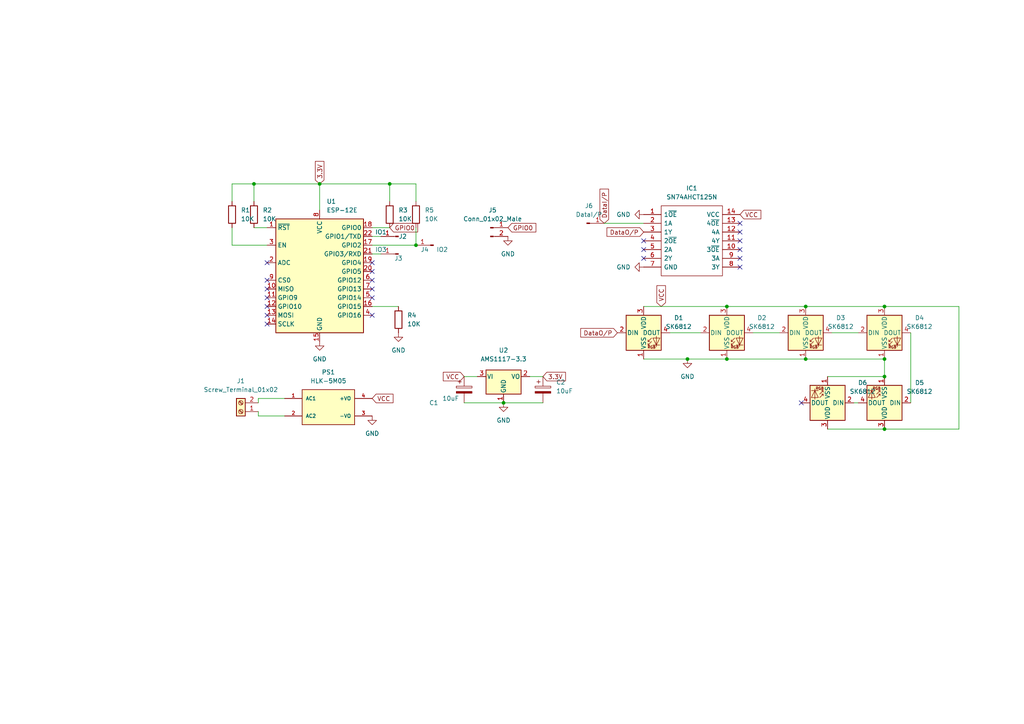
<source format=kicad_sch>
(kicad_sch (version 20211123) (generator eeschema)

  (uuid e63e39d7-6ac0-4ffd-8aa3-1841a4541b55)

  (paper "A4")

  (lib_symbols
    (symbol "Connector:Conn_01x01_Male" (pin_names (offset 1.016) hide) (in_bom yes) (on_board yes)
      (property "Reference" "J" (id 0) (at 0 2.54 0)
        (effects (font (size 1.27 1.27)))
      )
      (property "Value" "Conn_01x01_Male" (id 1) (at 0 -2.54 0)
        (effects (font (size 1.27 1.27)))
      )
      (property "Footprint" "" (id 2) (at 0 0 0)
        (effects (font (size 1.27 1.27)) hide)
      )
      (property "Datasheet" "~" (id 3) (at 0 0 0)
        (effects (font (size 1.27 1.27)) hide)
      )
      (property "ki_keywords" "connector" (id 4) (at 0 0 0)
        (effects (font (size 1.27 1.27)) hide)
      )
      (property "ki_description" "Generic connector, single row, 01x01, script generated (kicad-library-utils/schlib/autogen/connector/)" (id 5) (at 0 0 0)
        (effects (font (size 1.27 1.27)) hide)
      )
      (property "ki_fp_filters" "Connector*:*" (id 6) (at 0 0 0)
        (effects (font (size 1.27 1.27)) hide)
      )
      (symbol "Conn_01x01_Male_1_1"
        (polyline
          (pts
            (xy 1.27 0)
            (xy 0.8636 0)
          )
          (stroke (width 0.1524) (type default) (color 0 0 0 0))
          (fill (type none))
        )
        (rectangle (start 0.8636 0.127) (end 0 -0.127)
          (stroke (width 0.1524) (type default) (color 0 0 0 0))
          (fill (type outline))
        )
        (pin passive line (at 5.08 0 180) (length 3.81)
          (name "Pin_1" (effects (font (size 1.27 1.27))))
          (number "1" (effects (font (size 1.27 1.27))))
        )
      )
    )
    (symbol "Connector:Conn_01x02_Male" (pin_names (offset 1.016) hide) (in_bom yes) (on_board yes)
      (property "Reference" "J" (id 0) (at 0 2.54 0)
        (effects (font (size 1.27 1.27)))
      )
      (property "Value" "Conn_01x02_Male" (id 1) (at 0 -5.08 0)
        (effects (font (size 1.27 1.27)))
      )
      (property "Footprint" "" (id 2) (at 0 0 0)
        (effects (font (size 1.27 1.27)) hide)
      )
      (property "Datasheet" "~" (id 3) (at 0 0 0)
        (effects (font (size 1.27 1.27)) hide)
      )
      (property "ki_keywords" "connector" (id 4) (at 0 0 0)
        (effects (font (size 1.27 1.27)) hide)
      )
      (property "ki_description" "Generic connector, single row, 01x02, script generated (kicad-library-utils/schlib/autogen/connector/)" (id 5) (at 0 0 0)
        (effects (font (size 1.27 1.27)) hide)
      )
      (property "ki_fp_filters" "Connector*:*_1x??_*" (id 6) (at 0 0 0)
        (effects (font (size 1.27 1.27)) hide)
      )
      (symbol "Conn_01x02_Male_1_1"
        (polyline
          (pts
            (xy 1.27 -2.54)
            (xy 0.8636 -2.54)
          )
          (stroke (width 0.1524) (type default) (color 0 0 0 0))
          (fill (type none))
        )
        (polyline
          (pts
            (xy 1.27 0)
            (xy 0.8636 0)
          )
          (stroke (width 0.1524) (type default) (color 0 0 0 0))
          (fill (type none))
        )
        (rectangle (start 0.8636 -2.413) (end 0 -2.667)
          (stroke (width 0.1524) (type default) (color 0 0 0 0))
          (fill (type outline))
        )
        (rectangle (start 0.8636 0.127) (end 0 -0.127)
          (stroke (width 0.1524) (type default) (color 0 0 0 0))
          (fill (type outline))
        )
        (pin passive line (at 5.08 0 180) (length 3.81)
          (name "Pin_1" (effects (font (size 1.27 1.27))))
          (number "1" (effects (font (size 1.27 1.27))))
        )
        (pin passive line (at 5.08 -2.54 180) (length 3.81)
          (name "Pin_2" (effects (font (size 1.27 1.27))))
          (number "2" (effects (font (size 1.27 1.27))))
        )
      )
    )
    (symbol "Connector:Screw_Terminal_01x02" (pin_names (offset 1.016) hide) (in_bom yes) (on_board yes)
      (property "Reference" "J" (id 0) (at 0 2.54 0)
        (effects (font (size 1.27 1.27)))
      )
      (property "Value" "Screw_Terminal_01x02" (id 1) (at 0 -5.08 0)
        (effects (font (size 1.27 1.27)))
      )
      (property "Footprint" "" (id 2) (at 0 0 0)
        (effects (font (size 1.27 1.27)) hide)
      )
      (property "Datasheet" "~" (id 3) (at 0 0 0)
        (effects (font (size 1.27 1.27)) hide)
      )
      (property "ki_keywords" "screw terminal" (id 4) (at 0 0 0)
        (effects (font (size 1.27 1.27)) hide)
      )
      (property "ki_description" "Generic screw terminal, single row, 01x02, script generated (kicad-library-utils/schlib/autogen/connector/)" (id 5) (at 0 0 0)
        (effects (font (size 1.27 1.27)) hide)
      )
      (property "ki_fp_filters" "TerminalBlock*:*" (id 6) (at 0 0 0)
        (effects (font (size 1.27 1.27)) hide)
      )
      (symbol "Screw_Terminal_01x02_1_1"
        (rectangle (start -1.27 1.27) (end 1.27 -3.81)
          (stroke (width 0.254) (type default) (color 0 0 0 0))
          (fill (type background))
        )
        (circle (center 0 -2.54) (radius 0.635)
          (stroke (width 0.1524) (type default) (color 0 0 0 0))
          (fill (type none))
        )
        (polyline
          (pts
            (xy -0.5334 -2.2098)
            (xy 0.3302 -3.048)
          )
          (stroke (width 0.1524) (type default) (color 0 0 0 0))
          (fill (type none))
        )
        (polyline
          (pts
            (xy -0.5334 0.3302)
            (xy 0.3302 -0.508)
          )
          (stroke (width 0.1524) (type default) (color 0 0 0 0))
          (fill (type none))
        )
        (polyline
          (pts
            (xy -0.3556 -2.032)
            (xy 0.508 -2.8702)
          )
          (stroke (width 0.1524) (type default) (color 0 0 0 0))
          (fill (type none))
        )
        (polyline
          (pts
            (xy -0.3556 0.508)
            (xy 0.508 -0.3302)
          )
          (stroke (width 0.1524) (type default) (color 0 0 0 0))
          (fill (type none))
        )
        (circle (center 0 0) (radius 0.635)
          (stroke (width 0.1524) (type default) (color 0 0 0 0))
          (fill (type none))
        )
        (pin passive line (at -5.08 0 0) (length 3.81)
          (name "Pin_1" (effects (font (size 1.27 1.27))))
          (number "1" (effects (font (size 1.27 1.27))))
        )
        (pin passive line (at -5.08 -2.54 0) (length 3.81)
          (name "Pin_2" (effects (font (size 1.27 1.27))))
          (number "2" (effects (font (size 1.27 1.27))))
        )
      )
    )
    (symbol "Device:C_Polarized" (pin_numbers hide) (pin_names (offset 0.254)) (in_bom yes) (on_board yes)
      (property "Reference" "C" (id 0) (at 0.635 2.54 0)
        (effects (font (size 1.27 1.27)) (justify left))
      )
      (property "Value" "C_Polarized" (id 1) (at 0.635 -2.54 0)
        (effects (font (size 1.27 1.27)) (justify left))
      )
      (property "Footprint" "" (id 2) (at 0.9652 -3.81 0)
        (effects (font (size 1.27 1.27)) hide)
      )
      (property "Datasheet" "~" (id 3) (at 0 0 0)
        (effects (font (size 1.27 1.27)) hide)
      )
      (property "ki_keywords" "cap capacitor" (id 4) (at 0 0 0)
        (effects (font (size 1.27 1.27)) hide)
      )
      (property "ki_description" "Polarized capacitor" (id 5) (at 0 0 0)
        (effects (font (size 1.27 1.27)) hide)
      )
      (property "ki_fp_filters" "CP_*" (id 6) (at 0 0 0)
        (effects (font (size 1.27 1.27)) hide)
      )
      (symbol "C_Polarized_0_1"
        (rectangle (start -2.286 0.508) (end 2.286 1.016)
          (stroke (width 0) (type default) (color 0 0 0 0))
          (fill (type none))
        )
        (polyline
          (pts
            (xy -1.778 2.286)
            (xy -0.762 2.286)
          )
          (stroke (width 0) (type default) (color 0 0 0 0))
          (fill (type none))
        )
        (polyline
          (pts
            (xy -1.27 2.794)
            (xy -1.27 1.778)
          )
          (stroke (width 0) (type default) (color 0 0 0 0))
          (fill (type none))
        )
        (rectangle (start 2.286 -0.508) (end -2.286 -1.016)
          (stroke (width 0) (type default) (color 0 0 0 0))
          (fill (type outline))
        )
      )
      (symbol "C_Polarized_1_1"
        (pin passive line (at 0 3.81 270) (length 2.794)
          (name "~" (effects (font (size 1.27 1.27))))
          (number "1" (effects (font (size 1.27 1.27))))
        )
        (pin passive line (at 0 -3.81 90) (length 2.794)
          (name "~" (effects (font (size 1.27 1.27))))
          (number "2" (effects (font (size 1.27 1.27))))
        )
      )
    )
    (symbol "Device:R" (pin_numbers hide) (pin_names (offset 0)) (in_bom yes) (on_board yes)
      (property "Reference" "R" (id 0) (at 2.032 0 90)
        (effects (font (size 1.27 1.27)))
      )
      (property "Value" "R" (id 1) (at 0 0 90)
        (effects (font (size 1.27 1.27)))
      )
      (property "Footprint" "" (id 2) (at -1.778 0 90)
        (effects (font (size 1.27 1.27)) hide)
      )
      (property "Datasheet" "~" (id 3) (at 0 0 0)
        (effects (font (size 1.27 1.27)) hide)
      )
      (property "ki_keywords" "R res resistor" (id 4) (at 0 0 0)
        (effects (font (size 1.27 1.27)) hide)
      )
      (property "ki_description" "Resistor" (id 5) (at 0 0 0)
        (effects (font (size 1.27 1.27)) hide)
      )
      (property "ki_fp_filters" "R_*" (id 6) (at 0 0 0)
        (effects (font (size 1.27 1.27)) hide)
      )
      (symbol "R_0_1"
        (rectangle (start -1.016 -2.54) (end 1.016 2.54)
          (stroke (width 0.254) (type default) (color 0 0 0 0))
          (fill (type none))
        )
      )
      (symbol "R_1_1"
        (pin passive line (at 0 3.81 270) (length 1.27)
          (name "~" (effects (font (size 1.27 1.27))))
          (number "1" (effects (font (size 1.27 1.27))))
        )
        (pin passive line (at 0 -3.81 90) (length 1.27)
          (name "~" (effects (font (size 1.27 1.27))))
          (number "2" (effects (font (size 1.27 1.27))))
        )
      )
    )
    (symbol "HLK-5M05:HLK-5M05" (pin_names (offset 1.016)) (in_bom yes) (on_board yes)
      (property "Reference" "PS" (id 0) (at -7.62 6.35 0)
        (effects (font (size 1.27 1.27)) (justify left bottom))
      )
      (property "Value" "HLK-5M05" (id 1) (at -7.62 -7.62 0)
        (effects (font (size 1.27 1.27)) (justify left bottom))
      )
      (property "Footprint" "CONV_HLK-5M05" (id 2) (at 0 0 0)
        (effects (font (size 1.27 1.27)) (justify left bottom) hide)
      )
      (property "Datasheet" "" (id 3) (at 0 0 0)
        (effects (font (size 1.27 1.27)) (justify left bottom) hide)
      )
      (property "PARTREV" "N/A" (id 4) (at 0 0 0)
        (effects (font (size 1.27 1.27)) (justify left bottom) hide)
      )
      (property "MANUFACTURER" "HI-LINK" (id 5) (at 0 0 0)
        (effects (font (size 1.27 1.27)) (justify left bottom) hide)
      )
      (property "STANDARD" "Manufacturer Recommendations" (id 6) (at 0 0 0)
        (effects (font (size 1.27 1.27)) (justify left bottom) hide)
      )
      (property "ki_locked" "" (id 7) (at 0 0 0)
        (effects (font (size 1.27 1.27)))
      )
      (symbol "HLK-5M05_0_0"
        (rectangle (start -7.62 -5.08) (end 7.62 5.08)
          (stroke (width 0.2032) (type default) (color 0 0 0 0))
          (fill (type background))
        )
        (pin input line (at -12.7 2.54 0) (length 5.08)
          (name "AC1" (effects (font (size 1.016 1.016))))
          (number "1" (effects (font (size 1.016 1.016))))
        )
        (pin input line (at -12.7 -2.54 0) (length 5.08)
          (name "AC2" (effects (font (size 1.016 1.016))))
          (number "2" (effects (font (size 1.016 1.016))))
        )
        (pin output line (at 12.7 -2.54 180) (length 5.08)
          (name "-VO" (effects (font (size 1.016 1.016))))
          (number "3" (effects (font (size 1.016 1.016))))
        )
        (pin output line (at 12.7 2.54 180) (length 5.08)
          (name "+VO" (effects (font (size 1.016 1.016))))
          (number "4" (effects (font (size 1.016 1.016))))
        )
      )
    )
    (symbol "LED:SK6812" (pin_names (offset 0.254)) (in_bom yes) (on_board yes)
      (property "Reference" "D" (id 0) (at 5.08 5.715 0)
        (effects (font (size 1.27 1.27)) (justify right bottom))
      )
      (property "Value" "SK6812" (id 1) (at 1.27 -5.715 0)
        (effects (font (size 1.27 1.27)) (justify left top))
      )
      (property "Footprint" "LED_SMD:LED_SK6812_PLCC4_5.0x5.0mm_P3.2mm" (id 2) (at 1.27 -7.62 0)
        (effects (font (size 1.27 1.27)) (justify left top) hide)
      )
      (property "Datasheet" "https://cdn-shop.adafruit.com/product-files/1138/SK6812+LED+datasheet+.pdf" (id 3) (at 2.54 -9.525 0)
        (effects (font (size 1.27 1.27)) (justify left top) hide)
      )
      (property "ki_keywords" "RGB LED NeoPixel addressable" (id 4) (at 0 0 0)
        (effects (font (size 1.27 1.27)) hide)
      )
      (property "ki_description" "RGB LED with integrated controller" (id 5) (at 0 0 0)
        (effects (font (size 1.27 1.27)) hide)
      )
      (property "ki_fp_filters" "LED*SK6812*PLCC*5.0x5.0mm*P3.2mm*" (id 6) (at 0 0 0)
        (effects (font (size 1.27 1.27)) hide)
      )
      (symbol "SK6812_0_0"
        (text "RGB" (at 2.286 -4.191 0)
          (effects (font (size 0.762 0.762)))
        )
      )
      (symbol "SK6812_0_1"
        (polyline
          (pts
            (xy 1.27 -3.556)
            (xy 1.778 -3.556)
          )
          (stroke (width 0) (type default) (color 0 0 0 0))
          (fill (type none))
        )
        (polyline
          (pts
            (xy 1.27 -2.54)
            (xy 1.778 -2.54)
          )
          (stroke (width 0) (type default) (color 0 0 0 0))
          (fill (type none))
        )
        (polyline
          (pts
            (xy 4.699 -3.556)
            (xy 2.667 -3.556)
          )
          (stroke (width 0) (type default) (color 0 0 0 0))
          (fill (type none))
        )
        (polyline
          (pts
            (xy 2.286 -2.54)
            (xy 1.27 -3.556)
            (xy 1.27 -3.048)
          )
          (stroke (width 0) (type default) (color 0 0 0 0))
          (fill (type none))
        )
        (polyline
          (pts
            (xy 2.286 -1.524)
            (xy 1.27 -2.54)
            (xy 1.27 -2.032)
          )
          (stroke (width 0) (type default) (color 0 0 0 0))
          (fill (type none))
        )
        (polyline
          (pts
            (xy 3.683 -1.016)
            (xy 3.683 -3.556)
            (xy 3.683 -4.064)
          )
          (stroke (width 0) (type default) (color 0 0 0 0))
          (fill (type none))
        )
        (polyline
          (pts
            (xy 4.699 -1.524)
            (xy 2.667 -1.524)
            (xy 3.683 -3.556)
            (xy 4.699 -1.524)
          )
          (stroke (width 0) (type default) (color 0 0 0 0))
          (fill (type none))
        )
        (rectangle (start 5.08 5.08) (end -5.08 -5.08)
          (stroke (width 0.254) (type default) (color 0 0 0 0))
          (fill (type background))
        )
      )
      (symbol "SK6812_1_1"
        (pin power_in line (at 0 -7.62 90) (length 2.54)
          (name "VSS" (effects (font (size 1.27 1.27))))
          (number "1" (effects (font (size 1.27 1.27))))
        )
        (pin input line (at -7.62 0 0) (length 2.54)
          (name "DIN" (effects (font (size 1.27 1.27))))
          (number "2" (effects (font (size 1.27 1.27))))
        )
        (pin power_in line (at 0 7.62 270) (length 2.54)
          (name "VDD" (effects (font (size 1.27 1.27))))
          (number "3" (effects (font (size 1.27 1.27))))
        )
        (pin output line (at 7.62 0 180) (length 2.54)
          (name "DOUT" (effects (font (size 1.27 1.27))))
          (number "4" (effects (font (size 1.27 1.27))))
        )
      )
    )
    (symbol "RF_Module:ESP-12E" (in_bom yes) (on_board yes)
      (property "Reference" "U" (id 0) (at -12.7 19.05 0)
        (effects (font (size 1.27 1.27)) (justify left))
      )
      (property "Value" "ESP-12E" (id 1) (at 12.7 19.05 0)
        (effects (font (size 1.27 1.27)) (justify right))
      )
      (property "Footprint" "RF_Module:ESP-12E" (id 2) (at 0 0 0)
        (effects (font (size 1.27 1.27)) hide)
      )
      (property "Datasheet" "http://wiki.ai-thinker.com/_media/esp8266/esp8266_series_modules_user_manual_v1.1.pdf" (id 3) (at -8.89 2.54 0)
        (effects (font (size 1.27 1.27)) hide)
      )
      (property "ki_keywords" "802.11 Wi-Fi" (id 4) (at 0 0 0)
        (effects (font (size 1.27 1.27)) hide)
      )
      (property "ki_description" "802.11 b/g/n Wi-Fi Module" (id 5) (at 0 0 0)
        (effects (font (size 1.27 1.27)) hide)
      )
      (property "ki_fp_filters" "ESP?12*" (id 6) (at 0 0 0)
        (effects (font (size 1.27 1.27)) hide)
      )
      (symbol "ESP-12E_0_1"
        (rectangle (start -12.7 17.78) (end 12.7 -15.24)
          (stroke (width 0.254) (type default) (color 0 0 0 0))
          (fill (type background))
        )
      )
      (symbol "ESP-12E_1_1"
        (pin input line (at -15.24 15.24 0) (length 2.54)
          (name "~{RST}" (effects (font (size 1.27 1.27))))
          (number "1" (effects (font (size 1.27 1.27))))
        )
        (pin bidirectional line (at -15.24 -2.54 0) (length 2.54)
          (name "MISO" (effects (font (size 1.27 1.27))))
          (number "10" (effects (font (size 1.27 1.27))))
        )
        (pin bidirectional line (at -15.24 -5.08 0) (length 2.54)
          (name "GPIO9" (effects (font (size 1.27 1.27))))
          (number "11" (effects (font (size 1.27 1.27))))
        )
        (pin bidirectional line (at -15.24 -7.62 0) (length 2.54)
          (name "GPIO10" (effects (font (size 1.27 1.27))))
          (number "12" (effects (font (size 1.27 1.27))))
        )
        (pin bidirectional line (at -15.24 -10.16 0) (length 2.54)
          (name "MOSI" (effects (font (size 1.27 1.27))))
          (number "13" (effects (font (size 1.27 1.27))))
        )
        (pin bidirectional line (at -15.24 -12.7 0) (length 2.54)
          (name "SCLK" (effects (font (size 1.27 1.27))))
          (number "14" (effects (font (size 1.27 1.27))))
        )
        (pin power_in line (at 0 -17.78 90) (length 2.54)
          (name "GND" (effects (font (size 1.27 1.27))))
          (number "15" (effects (font (size 1.27 1.27))))
        )
        (pin bidirectional line (at 15.24 -7.62 180) (length 2.54)
          (name "GPIO15" (effects (font (size 1.27 1.27))))
          (number "16" (effects (font (size 1.27 1.27))))
        )
        (pin bidirectional line (at 15.24 10.16 180) (length 2.54)
          (name "GPIO2" (effects (font (size 1.27 1.27))))
          (number "17" (effects (font (size 1.27 1.27))))
        )
        (pin bidirectional line (at 15.24 15.24 180) (length 2.54)
          (name "GPIO0" (effects (font (size 1.27 1.27))))
          (number "18" (effects (font (size 1.27 1.27))))
        )
        (pin bidirectional line (at 15.24 5.08 180) (length 2.54)
          (name "GPIO4" (effects (font (size 1.27 1.27))))
          (number "19" (effects (font (size 1.27 1.27))))
        )
        (pin input line (at -15.24 5.08 0) (length 2.54)
          (name "ADC" (effects (font (size 1.27 1.27))))
          (number "2" (effects (font (size 1.27 1.27))))
        )
        (pin bidirectional line (at 15.24 2.54 180) (length 2.54)
          (name "GPIO5" (effects (font (size 1.27 1.27))))
          (number "20" (effects (font (size 1.27 1.27))))
        )
        (pin bidirectional line (at 15.24 7.62 180) (length 2.54)
          (name "GPIO3/RXD" (effects (font (size 1.27 1.27))))
          (number "21" (effects (font (size 1.27 1.27))))
        )
        (pin bidirectional line (at 15.24 12.7 180) (length 2.54)
          (name "GPIO1/TXD" (effects (font (size 1.27 1.27))))
          (number "22" (effects (font (size 1.27 1.27))))
        )
        (pin input line (at -15.24 10.16 0) (length 2.54)
          (name "EN" (effects (font (size 1.27 1.27))))
          (number "3" (effects (font (size 1.27 1.27))))
        )
        (pin bidirectional line (at 15.24 -10.16 180) (length 2.54)
          (name "GPIO16" (effects (font (size 1.27 1.27))))
          (number "4" (effects (font (size 1.27 1.27))))
        )
        (pin bidirectional line (at 15.24 -5.08 180) (length 2.54)
          (name "GPIO14" (effects (font (size 1.27 1.27))))
          (number "5" (effects (font (size 1.27 1.27))))
        )
        (pin bidirectional line (at 15.24 0 180) (length 2.54)
          (name "GPIO12" (effects (font (size 1.27 1.27))))
          (number "6" (effects (font (size 1.27 1.27))))
        )
        (pin bidirectional line (at 15.24 -2.54 180) (length 2.54)
          (name "GPIO13" (effects (font (size 1.27 1.27))))
          (number "7" (effects (font (size 1.27 1.27))))
        )
        (pin power_in line (at 0 20.32 270) (length 2.54)
          (name "VCC" (effects (font (size 1.27 1.27))))
          (number "8" (effects (font (size 1.27 1.27))))
        )
        (pin input line (at -15.24 0 0) (length 2.54)
          (name "CS0" (effects (font (size 1.27 1.27))))
          (number "9" (effects (font (size 1.27 1.27))))
        )
      )
    )
    (symbol "Regulator_Linear:AMS1117-3.3" (pin_names (offset 0.254)) (in_bom yes) (on_board yes)
      (property "Reference" "U" (id 0) (at -3.81 3.175 0)
        (effects (font (size 1.27 1.27)))
      )
      (property "Value" "AMS1117-3.3" (id 1) (at 0 3.175 0)
        (effects (font (size 1.27 1.27)) (justify left))
      )
      (property "Footprint" "Package_TO_SOT_SMD:SOT-223-3_TabPin2" (id 2) (at 0 5.08 0)
        (effects (font (size 1.27 1.27)) hide)
      )
      (property "Datasheet" "http://www.advanced-monolithic.com/pdf/ds1117.pdf" (id 3) (at 2.54 -6.35 0)
        (effects (font (size 1.27 1.27)) hide)
      )
      (property "ki_keywords" "linear regulator ldo fixed positive" (id 4) (at 0 0 0)
        (effects (font (size 1.27 1.27)) hide)
      )
      (property "ki_description" "1A Low Dropout regulator, positive, 3.3V fixed output, SOT-223" (id 5) (at 0 0 0)
        (effects (font (size 1.27 1.27)) hide)
      )
      (property "ki_fp_filters" "SOT?223*TabPin2*" (id 6) (at 0 0 0)
        (effects (font (size 1.27 1.27)) hide)
      )
      (symbol "AMS1117-3.3_0_1"
        (rectangle (start -5.08 -5.08) (end 5.08 1.905)
          (stroke (width 0.254) (type default) (color 0 0 0 0))
          (fill (type background))
        )
      )
      (symbol "AMS1117-3.3_1_1"
        (pin power_in line (at 0 -7.62 90) (length 2.54)
          (name "GND" (effects (font (size 1.27 1.27))))
          (number "1" (effects (font (size 1.27 1.27))))
        )
        (pin power_out line (at 7.62 0 180) (length 2.54)
          (name "VO" (effects (font (size 1.27 1.27))))
          (number "2" (effects (font (size 1.27 1.27))))
        )
        (pin power_in line (at -7.62 0 0) (length 2.54)
          (name "VI" (effects (font (size 1.27 1.27))))
          (number "3" (effects (font (size 1.27 1.27))))
        )
      )
    )
    (symbol "SN74AHCT125N:SN74AHCT125N" (pin_names (offset 0.762)) (in_bom yes) (on_board yes)
      (property "Reference" "IC" (id 0) (at 24.13 7.62 0)
        (effects (font (size 1.27 1.27)) (justify left))
      )
      (property "Value" "SN74AHCT125N" (id 1) (at 24.13 5.08 0)
        (effects (font (size 1.27 1.27)) (justify left))
      )
      (property "Footprint" "DIP794W53P254L1930H508Q14N" (id 2) (at 24.13 2.54 0)
        (effects (font (size 1.27 1.27)) (justify left) hide)
      )
      (property "Datasheet" "http://www.ti.com/lit/gpn/sn74ahct125" (id 3) (at 24.13 0 0)
        (effects (font (size 1.27 1.27)) (justify left) hide)
      )
      (property "Description" "Quadruple Bus Buffer Gates With 3-State Outputs" (id 4) (at 24.13 -2.54 0)
        (effects (font (size 1.27 1.27)) (justify left) hide)
      )
      (property "Height" "5.08" (id 5) (at 24.13 -5.08 0)
        (effects (font (size 1.27 1.27)) (justify left) hide)
      )
      (property "Manufacturer_Name" "Texas Instruments" (id 6) (at 24.13 -7.62 0)
        (effects (font (size 1.27 1.27)) (justify left) hide)
      )
      (property "Manufacturer_Part_Number" "SN74AHCT125N" (id 7) (at 24.13 -10.16 0)
        (effects (font (size 1.27 1.27)) (justify left) hide)
      )
      (property "Mouser Part Number" "595-SN74AHCT125N" (id 8) (at 24.13 -12.7 0)
        (effects (font (size 1.27 1.27)) (justify left) hide)
      )
      (property "Mouser Price/Stock" "https://www.mouser.co.uk/ProductDetail/Texas-Instruments/SN74AHCT125N?qs=1wQRf3HkBjyxwrHMwAiMfw%3D%3D" (id 9) (at 24.13 -15.24 0)
        (effects (font (size 1.27 1.27)) (justify left) hide)
      )
      (property "Arrow Part Number" "SN74AHCT125N" (id 10) (at 24.13 -17.78 0)
        (effects (font (size 1.27 1.27)) (justify left) hide)
      )
      (property "Arrow Price/Stock" "https://www.arrow.com/en/products/sn74ahct125n/texas-instruments?region=nac" (id 11) (at 24.13 -20.32 0)
        (effects (font (size 1.27 1.27)) (justify left) hide)
      )
      (symbol "SN74AHCT125N_0_0"
        (pin passive line (at 0 0 0) (length 5.08)
          (name "1~{OE}" (effects (font (size 1.27 1.27))))
          (number "1" (effects (font (size 1.27 1.27))))
        )
        (pin passive line (at 27.94 -10.16 180) (length 5.08)
          (name "3~{OE}" (effects (font (size 1.27 1.27))))
          (number "10" (effects (font (size 1.27 1.27))))
        )
        (pin passive line (at 27.94 -7.62 180) (length 5.08)
          (name "4Y" (effects (font (size 1.27 1.27))))
          (number "11" (effects (font (size 1.27 1.27))))
        )
        (pin passive line (at 27.94 -5.08 180) (length 5.08)
          (name "4A" (effects (font (size 1.27 1.27))))
          (number "12" (effects (font (size 1.27 1.27))))
        )
        (pin passive line (at 27.94 -2.54 180) (length 5.08)
          (name "4~{OE}" (effects (font (size 1.27 1.27))))
          (number "13" (effects (font (size 1.27 1.27))))
        )
        (pin passive line (at 27.94 0 180) (length 5.08)
          (name "VCC" (effects (font (size 1.27 1.27))))
          (number "14" (effects (font (size 1.27 1.27))))
        )
        (pin passive line (at 0 -2.54 0) (length 5.08)
          (name "1A" (effects (font (size 1.27 1.27))))
          (number "2" (effects (font (size 1.27 1.27))))
        )
        (pin passive line (at 0 -5.08 0) (length 5.08)
          (name "1Y" (effects (font (size 1.27 1.27))))
          (number "3" (effects (font (size 1.27 1.27))))
        )
        (pin passive line (at 0 -7.62 0) (length 5.08)
          (name "2~{OE}" (effects (font (size 1.27 1.27))))
          (number "4" (effects (font (size 1.27 1.27))))
        )
        (pin passive line (at 0 -10.16 0) (length 5.08)
          (name "2A" (effects (font (size 1.27 1.27))))
          (number "5" (effects (font (size 1.27 1.27))))
        )
        (pin passive line (at 0 -12.7 0) (length 5.08)
          (name "2Y" (effects (font (size 1.27 1.27))))
          (number "6" (effects (font (size 1.27 1.27))))
        )
        (pin passive line (at 0 -15.24 0) (length 5.08)
          (name "GND" (effects (font (size 1.27 1.27))))
          (number "7" (effects (font (size 1.27 1.27))))
        )
        (pin passive line (at 27.94 -15.24 180) (length 5.08)
          (name "3Y" (effects (font (size 1.27 1.27))))
          (number "8" (effects (font (size 1.27 1.27))))
        )
        (pin passive line (at 27.94 -12.7 180) (length 5.08)
          (name "3A" (effects (font (size 1.27 1.27))))
          (number "9" (effects (font (size 1.27 1.27))))
        )
      )
      (symbol "SN74AHCT125N_0_1"
        (polyline
          (pts
            (xy 5.08 2.54)
            (xy 22.86 2.54)
            (xy 22.86 -17.78)
            (xy 5.08 -17.78)
            (xy 5.08 2.54)
          )
          (stroke (width 0.1524) (type default) (color 0 0 0 0))
          (fill (type none))
        )
      )
    )
    (symbol "power:GND" (power) (pin_names (offset 0)) (in_bom yes) (on_board yes)
      (property "Reference" "#PWR" (id 0) (at 0 -6.35 0)
        (effects (font (size 1.27 1.27)) hide)
      )
      (property "Value" "GND" (id 1) (at 0 -3.81 0)
        (effects (font (size 1.27 1.27)))
      )
      (property "Footprint" "" (id 2) (at 0 0 0)
        (effects (font (size 1.27 1.27)) hide)
      )
      (property "Datasheet" "" (id 3) (at 0 0 0)
        (effects (font (size 1.27 1.27)) hide)
      )
      (property "ki_keywords" "power-flag" (id 4) (at 0 0 0)
        (effects (font (size 1.27 1.27)) hide)
      )
      (property "ki_description" "Power symbol creates a global label with name \"GND\" , ground" (id 5) (at 0 0 0)
        (effects (font (size 1.27 1.27)) hide)
      )
      (symbol "GND_0_1"
        (polyline
          (pts
            (xy 0 0)
            (xy 0 -1.27)
            (xy 1.27 -1.27)
            (xy 0 -2.54)
            (xy -1.27 -1.27)
            (xy 0 -1.27)
          )
          (stroke (width 0) (type default) (color 0 0 0 0))
          (fill (type none))
        )
      )
      (symbol "GND_1_1"
        (pin power_in line (at 0 0 270) (length 0) hide
          (name "GND" (effects (font (size 1.27 1.27))))
          (number "1" (effects (font (size 1.27 1.27))))
        )
      )
    )
  )

  (junction (at 233.68 104.14) (diameter 0) (color 0 0 0 0)
    (uuid 0a0c9664-0f98-4634-8eec-62d80397a7cd)
  )
  (junction (at 233.68 88.9) (diameter 0) (color 0 0 0 0)
    (uuid 1de9084c-50e4-48dc-8cd9-01892a02eca6)
  )
  (junction (at 256.54 109.22) (diameter 0) (color 0 0 0 0)
    (uuid 6e2115c6-28c7-4185-af13-88000fdea426)
  )
  (junction (at 113.03 53.34) (diameter 0) (color 0 0 0 0)
    (uuid 74012f9c-57f0-452a-9ea1-1e3437e264b8)
  )
  (junction (at 92.71 53.34) (diameter 0) (color 0 0 0 0)
    (uuid 77aa6db5-9b8d-4983-b88e-30fe5af25975)
  )
  (junction (at 73.66 53.34) (diameter 0) (color 0 0 0 0)
    (uuid 971d1932-4a99-4265-9c76-26e554bde4fe)
  )
  (junction (at 256.54 88.9) (diameter 0) (color 0 0 0 0)
    (uuid a31a0164-650e-44a0-9c70-a55b69d3fe96)
  )
  (junction (at 210.82 88.9) (diameter 0) (color 0 0 0 0)
    (uuid bcf6097e-c7e2-441c-b5d0-e85c1c4706ed)
  )
  (junction (at 199.39 104.14) (diameter 0) (color 0 0 0 0)
    (uuid c141e5e4-7c9e-47e5-94a9-36738216939a)
  )
  (junction (at 256.54 104.14) (diameter 0) (color 0 0 0 0)
    (uuid c6d616f7-5c4b-4ec6-b48f-4310c68ccdd5)
  )
  (junction (at 210.82 104.14) (diameter 0) (color 0 0 0 0)
    (uuid c883d98b-f475-4e0a-8f3e-45829df93ac6)
  )
  (junction (at 256.54 124.46) (diameter 0) (color 0 0 0 0)
    (uuid dbbd8929-c003-49f0-8710-695ad60945af)
  )
  (junction (at 146.05 116.84) (diameter 0) (color 0 0 0 0)
    (uuid e397c802-9371-40a1-8778-2851e13a5e75)
  )
  (junction (at 120.65 71.12) (diameter 0) (color 0 0 0 0)
    (uuid f0252edc-e8f7-43bb-bd44-03523a4233fa)
  )

  (no_connect (at 232.41 116.84) (uuid 0191c305-e319-42f1-9930-fc02d255bccd))
  (no_connect (at 214.63 64.77) (uuid 2073127a-9752-4323-b873-a3b712d8a8d8))
  (no_connect (at 214.63 67.31) (uuid 2073127a-9752-4323-b873-a3b712d8a8d9))
  (no_connect (at 214.63 69.85) (uuid 2073127a-9752-4323-b873-a3b712d8a8da))
  (no_connect (at 214.63 72.39) (uuid 2073127a-9752-4323-b873-a3b712d8a8db))
  (no_connect (at 214.63 74.93) (uuid 2073127a-9752-4323-b873-a3b712d8a8dc))
  (no_connect (at 214.63 77.47) (uuid 2073127a-9752-4323-b873-a3b712d8a8dd))
  (no_connect (at 186.69 74.93) (uuid 2073127a-9752-4323-b873-a3b712d8a8de))
  (no_connect (at 186.69 72.39) (uuid 2073127a-9752-4323-b873-a3b712d8a8df))
  (no_connect (at 186.69 69.85) (uuid 2073127a-9752-4323-b873-a3b712d8a8e0))
  (no_connect (at 107.95 78.74) (uuid 2d16cb66-2809-411d-912c-d3db0f48bd04))
  (no_connect (at 77.47 81.28) (uuid 3579cf2f-29b0-46b6-a07d-483fb5586322))
  (no_connect (at 107.95 86.36) (uuid 37728c8e-efcc-462c-a749-47b6bfcbaf37))
  (no_connect (at 77.47 86.36) (uuid 3f1ab70d-3263-42b5-9c61-0360188ff2b7))
  (no_connect (at 77.47 88.9) (uuid 6f5a9f10-1b2c-4916-b4e5-cb5bd0f851a0))
  (no_connect (at 107.95 81.28) (uuid 7806469b-c133-4e19-b2d5-f2b690b4b2f3))
  (no_connect (at 77.47 91.44) (uuid 7d2eba81-aa80-4257-a5a7-9a6179da897e))
  (no_connect (at 107.95 83.82) (uuid 90fa0465-7fe5-474b-8e7c-9f955c02a0f6))
  (no_connect (at 107.95 76.2) (uuid b45059f3-613f-4b7a-a70a-ed75a9e941e6))
  (no_connect (at 77.47 83.82) (uuid bde3f73b-f869-498d-a8d7-18346cb7179e))
  (no_connect (at 77.47 93.98) (uuid d2db53d0-2821-4ebe-bf21-b864eac8ca44))
  (no_connect (at 107.95 91.44) (uuid d4e4ffa8-e3e2-4590-b9df-630d1880f3e4))
  (no_connect (at 77.47 76.2) (uuid ef51df0d-fc2c-482b-a0e5-e49bae94f31f))

  (wire (pts (xy 175.26 64.77) (xy 186.69 64.77))
    (stroke (width 0) (type default) (color 0 0 0 0))
    (uuid 00f59ebd-bdb6-4789-8290-edcb5d3c5f79)
  )
  (wire (pts (xy 107.95 73.66) (xy 110.49 73.66))
    (stroke (width 0) (type default) (color 0 0 0 0))
    (uuid 04d60995-4f82-4f17-8f82-2f27a0a779cc)
  )
  (wire (pts (xy 186.69 88.9) (xy 210.82 88.9))
    (stroke (width 0) (type default) (color 0 0 0 0))
    (uuid 06f533a4-0675-4f02-815f-de3239dbb0f2)
  )
  (wire (pts (xy 92.71 60.96) (xy 92.71 53.34))
    (stroke (width 0) (type default) (color 0 0 0 0))
    (uuid 0e0f9829-27a5-43b2-a0ae-121d3ce72ef4)
  )
  (wire (pts (xy 199.39 104.14) (xy 210.82 104.14))
    (stroke (width 0) (type default) (color 0 0 0 0))
    (uuid 0f1da7e0-e962-432f-ae3b-5333512bda40)
  )
  (wire (pts (xy 240.03 124.46) (xy 256.54 124.46))
    (stroke (width 0) (type default) (color 0 0 0 0))
    (uuid 0fdd2a5e-067d-4ab4-9bd2-20cdac978c6b)
  )
  (wire (pts (xy 247.65 116.84) (xy 248.92 116.84))
    (stroke (width 0) (type default) (color 0 0 0 0))
    (uuid 10032012-ba9b-498d-9126-3bc3a8e9779f)
  )
  (wire (pts (xy 218.44 96.52) (xy 226.06 96.52))
    (stroke (width 0) (type default) (color 0 0 0 0))
    (uuid 20450db0-6455-4ae5-9b78-20e306f92d9b)
  )
  (wire (pts (xy 74.93 120.65) (xy 82.55 120.65))
    (stroke (width 0) (type default) (color 0 0 0 0))
    (uuid 24c6f1ab-0c23-42cd-8df1-b4a28fa69f1e)
  )
  (wire (pts (xy 67.31 66.04) (xy 67.31 71.12))
    (stroke (width 0) (type default) (color 0 0 0 0))
    (uuid 34a11a07-8b7f-45d2-96e3-89fd43e62756)
  )
  (wire (pts (xy 186.69 104.14) (xy 199.39 104.14))
    (stroke (width 0) (type default) (color 0 0 0 0))
    (uuid 367db3ee-2c9d-4049-9610-247fb8dfd962)
  )
  (wire (pts (xy 92.71 53.34) (xy 113.03 53.34))
    (stroke (width 0) (type default) (color 0 0 0 0))
    (uuid 3934b2e9-06c8-499c-a6df-4d7b35cfb894)
  )
  (wire (pts (xy 256.54 104.14) (xy 256.54 109.22))
    (stroke (width 0) (type default) (color 0 0 0 0))
    (uuid 3b33f606-216f-43d9-937f-e39b5b8e9aca)
  )
  (wire (pts (xy 67.31 71.12) (xy 77.47 71.12))
    (stroke (width 0) (type default) (color 0 0 0 0))
    (uuid 41b4f8c6-4973-4fc7-9118-d582bc7f31e7)
  )
  (wire (pts (xy 92.71 53.34) (xy 73.66 53.34))
    (stroke (width 0) (type default) (color 0 0 0 0))
    (uuid 444b2eaf-241d-42e5-8717-27a83d099c5b)
  )
  (wire (pts (xy 67.31 53.34) (xy 67.31 58.42))
    (stroke (width 0) (type default) (color 0 0 0 0))
    (uuid 469f89fd-f629-46b7-b106-a0088168c9ec)
  )
  (wire (pts (xy 73.66 66.04) (xy 77.47 66.04))
    (stroke (width 0) (type default) (color 0 0 0 0))
    (uuid 47993d80-a37e-426e-90c9-fd54b49ed166)
  )
  (wire (pts (xy 74.93 119.38) (xy 74.93 120.65))
    (stroke (width 0) (type default) (color 0 0 0 0))
    (uuid 557afe6d-7eb6-4f15-ad5c-9c0c1e98a1c4)
  )
  (wire (pts (xy 134.62 116.84) (xy 146.05 116.84))
    (stroke (width 0) (type default) (color 0 0 0 0))
    (uuid 5c25c1f7-1e13-4e86-9e0f-5cae69455b93)
  )
  (wire (pts (xy 233.68 104.14) (xy 256.54 104.14))
    (stroke (width 0) (type default) (color 0 0 0 0))
    (uuid 5c3bff68-e8fd-4543-aac9-da8dbca418d0)
  )
  (wire (pts (xy 107.95 88.9) (xy 115.57 88.9))
    (stroke (width 0) (type default) (color 0 0 0 0))
    (uuid 5fe7a4eb-9f04-4df6-a1fa-36c071e280d7)
  )
  (wire (pts (xy 113.03 53.34) (xy 120.65 53.34))
    (stroke (width 0) (type default) (color 0 0 0 0))
    (uuid 621c8eb9-ae87-439a-b350-badb5d559a5a)
  )
  (wire (pts (xy 107.95 71.12) (xy 120.65 71.12))
    (stroke (width 0) (type default) (color 0 0 0 0))
    (uuid 6f44a349-1ba9-4965-b217-aa1589a07228)
  )
  (wire (pts (xy 120.65 53.34) (xy 120.65 58.42))
    (stroke (width 0) (type default) (color 0 0 0 0))
    (uuid 72cc7949-68f8-4ef8-adcb-a65c1d042672)
  )
  (wire (pts (xy 113.03 53.34) (xy 113.03 58.42))
    (stroke (width 0) (type default) (color 0 0 0 0))
    (uuid 73f40fda-e6eb-4f93-9482-56cf47d84a87)
  )
  (wire (pts (xy 264.16 96.52) (xy 264.16 116.84))
    (stroke (width 0) (type default) (color 0 0 0 0))
    (uuid 82e2669f-30f5-416e-a93e-032b90b12a8d)
  )
  (wire (pts (xy 73.66 53.34) (xy 73.66 58.42))
    (stroke (width 0) (type default) (color 0 0 0 0))
    (uuid 848c6095-3966-404d-9f2a-51150fd8dc54)
  )
  (wire (pts (xy 240.03 109.22) (xy 256.54 109.22))
    (stroke (width 0) (type default) (color 0 0 0 0))
    (uuid 8a152638-67b4-4ce9-b6e1-a5a572e90992)
  )
  (wire (pts (xy 194.31 96.52) (xy 203.2 96.52))
    (stroke (width 0) (type default) (color 0 0 0 0))
    (uuid 8a9ae8b4-c0dd-4fad-9d1c-59321d4be64d)
  )
  (wire (pts (xy 74.93 115.57) (xy 74.93 116.84))
    (stroke (width 0) (type default) (color 0 0 0 0))
    (uuid a9a41d1f-2cc2-45d4-a874-d2d66fa2da71)
  )
  (wire (pts (xy 107.95 66.04) (xy 113.03 66.04))
    (stroke (width 0) (type default) (color 0 0 0 0))
    (uuid b2001159-b6cb-4000-85f5-34f6c410920f)
  )
  (wire (pts (xy 134.62 109.22) (xy 138.43 109.22))
    (stroke (width 0) (type default) (color 0 0 0 0))
    (uuid c2c0dcfb-adbf-4ede-8c8f-892b4e3c1049)
  )
  (wire (pts (xy 278.13 88.9) (xy 256.54 88.9))
    (stroke (width 0) (type default) (color 0 0 0 0))
    (uuid cb6e3e78-05dd-4a3e-986a-d859975c557f)
  )
  (wire (pts (xy 278.13 124.46) (xy 278.13 88.9))
    (stroke (width 0) (type default) (color 0 0 0 0))
    (uuid cbc32636-62ad-49aa-8360-8196d2ec6c5e)
  )
  (wire (pts (xy 256.54 124.46) (xy 278.13 124.46))
    (stroke (width 0) (type default) (color 0 0 0 0))
    (uuid cc3414a7-bdc8-45a3-a395-95deadeb9fb1)
  )
  (wire (pts (xy 233.68 88.9) (xy 256.54 88.9))
    (stroke (width 0) (type default) (color 0 0 0 0))
    (uuid cf760436-07c9-4c29-85f7-34063f2bcfec)
  )
  (wire (pts (xy 241.3 96.52) (xy 248.92 96.52))
    (stroke (width 0) (type default) (color 0 0 0 0))
    (uuid d396128e-0019-4b81-b8de-65492819bfe3)
  )
  (wire (pts (xy 146.05 116.84) (xy 157.48 116.84))
    (stroke (width 0) (type default) (color 0 0 0 0))
    (uuid d63e98d9-4745-429e-988d-0105bb189fca)
  )
  (wire (pts (xy 153.67 109.22) (xy 157.48 109.22))
    (stroke (width 0) (type default) (color 0 0 0 0))
    (uuid d80f478f-f70d-4d26-8da9-51d5edab8aab)
  )
  (wire (pts (xy 120.65 71.12) (xy 120.65 66.04))
    (stroke (width 0) (type default) (color 0 0 0 0))
    (uuid d8370835-89ad-4b62-9f40-d0c10470788a)
  )
  (wire (pts (xy 73.66 53.34) (xy 67.31 53.34))
    (stroke (width 0) (type default) (color 0 0 0 0))
    (uuid d8dc9b6c-67d0-4a0d-a791-6f7d43ef3652)
  )
  (wire (pts (xy 210.82 88.9) (xy 233.68 88.9))
    (stroke (width 0) (type default) (color 0 0 0 0))
    (uuid df572c99-0da8-49ae-b83a-01158af2766b)
  )
  (wire (pts (xy 210.82 104.14) (xy 233.68 104.14))
    (stroke (width 0) (type default) (color 0 0 0 0))
    (uuid e2ea0321-6b51-4065-844a-35b1ede9151b)
  )
  (wire (pts (xy 82.55 115.57) (xy 74.93 115.57))
    (stroke (width 0) (type default) (color 0 0 0 0))
    (uuid ee1afe10-8c32-46e8-9cab-060d16c22459)
  )
  (wire (pts (xy 107.95 68.58) (xy 110.49 68.58))
    (stroke (width 0) (type default) (color 0 0 0 0))
    (uuid f74eb612-4697-4cb4-afe4-9f94828b954d)
  )

  (global_label "DataO{slash}P" (shape input) (at 179.07 96.52 180) (fields_autoplaced)
    (effects (font (size 1.27 1.27)) (justify right))
    (uuid 01d84dc6-9ee2-47f3-82d6-dd9bd17c001f)
    (property "Intersheet References" "${INTERSHEET_REFS}" (id 0) (at 168.4321 96.4406 0)
      (effects (font (size 1.27 1.27)) (justify right) hide)
    )
  )
  (global_label "VCC" (shape input) (at 191.77 88.9 90) (fields_autoplaced)
    (effects (font (size 1.27 1.27)) (justify left))
    (uuid 17280ab0-e93a-4be4-a2e0-90a62ff89ff0)
    (property "Intersheet References" "${INTERSHEET_REFS}" (id 0) (at 191.6906 82.8583 90)
      (effects (font (size 1.27 1.27)) (justify left) hide)
    )
  )
  (global_label "VCC" (shape input) (at 214.63 62.23 0) (fields_autoplaced)
    (effects (font (size 1.27 1.27)) (justify left))
    (uuid 2c1ba622-c397-4d43-bd5b-0afd0d344cf9)
    (property "Intersheet References" "${INTERSHEET_REFS}" (id 0) (at 220.6717 62.1506 0)
      (effects (font (size 1.27 1.27)) (justify left) hide)
    )
  )
  (global_label "GPIO0" (shape input) (at 147.32 66.04 0) (fields_autoplaced)
    (effects (font (size 1.27 1.27)) (justify left))
    (uuid 58a87288-e2bf-4c88-9871-a753efc69e9d)
    (property "Intersheet References" "${INTERSHEET_REFS}" (id 0) (at 155.4179 65.9606 0)
      (effects (font (size 1.27 1.27)) (justify left) hide)
    )
  )
  (global_label "VCC" (shape input) (at 107.95 115.57 0) (fields_autoplaced)
    (effects (font (size 1.27 1.27)) (justify left))
    (uuid 617b2f85-5dd3-4953-9bb7-93244728004e)
    (property "Intersheet References" "${INTERSHEET_REFS}" (id 0) (at 113.9917 115.4906 0)
      (effects (font (size 1.27 1.27)) (justify left) hide)
    )
  )
  (global_label "3.3V" (shape input) (at 157.48 109.22 0) (fields_autoplaced)
    (effects (font (size 1.27 1.27)) (justify left))
    (uuid 8406cded-af6e-43bd-9f6c-316007c26005)
    (property "Intersheet References" "${INTERSHEET_REFS}" (id 0) (at 164.0055 109.1406 0)
      (effects (font (size 1.27 1.27)) (justify left) hide)
    )
  )
  (global_label "GPIO0" (shape input) (at 113.03 66.04 0) (fields_autoplaced)
    (effects (font (size 1.27 1.27)) (justify left))
    (uuid 9c0314b1-f82f-432d-95a0-65e191202552)
    (property "Intersheet References" "${INTERSHEET_REFS}" (id 0) (at 121.1279 65.9606 0)
      (effects (font (size 1.27 1.27)) (justify left) hide)
    )
  )
  (global_label "DataO{slash}P" (shape input) (at 186.69 67.31 180) (fields_autoplaced)
    (effects (font (size 1.27 1.27)) (justify right))
    (uuid 9dc6aaa9-5886-47bb-8067-7b640273282e)
    (property "Intersheet References" "${INTERSHEET_REFS}" (id 0) (at 176.0521 67.2306 0)
      (effects (font (size 1.27 1.27)) (justify right) hide)
    )
  )
  (global_label "VCC" (shape input) (at 134.62 109.22 180) (fields_autoplaced)
    (effects (font (size 1.27 1.27)) (justify right))
    (uuid a0d8125c-a2fe-42a1-a8f5-751ae0f3972d)
    (property "Intersheet References" "${INTERSHEET_REFS}" (id 0) (at 128.5783 109.2994 0)
      (effects (font (size 1.27 1.27)) (justify right) hide)
    )
  )
  (global_label "3.3V" (shape input) (at 92.71 53.34 90) (fields_autoplaced)
    (effects (font (size 1.27 1.27)) (justify left))
    (uuid b007c9fd-6ad8-429a-9836-6c908a34a6fc)
    (property "Intersheet References" "${INTERSHEET_REFS}" (id 0) (at 92.6306 46.8145 90)
      (effects (font (size 1.27 1.27)) (justify left) hide)
    )
  )
  (global_label "DataI{slash}P" (shape input) (at 175.26 64.77 90) (fields_autoplaced)
    (effects (font (size 1.27 1.27)) (justify left))
    (uuid dc624ca7-2654-42b7-b036-0315834147c2)
    (property "Intersheet References" "${INTERSHEET_REFS}" (id 0) (at 175.1806 54.8579 90)
      (effects (font (size 1.27 1.27)) (justify left) hide)
    )
  )

  (symbol (lib_id "power:GND") (at 115.57 96.52 0) (unit 1)
    (in_bom yes) (on_board yes) (fields_autoplaced)
    (uuid 0938c137-668b-4d2f-b92b-cadb1df72bdb)
    (property "Reference" "#PWR03" (id 0) (at 115.57 102.87 0)
      (effects (font (size 1.27 1.27)) hide)
    )
    (property "Value" "GND" (id 1) (at 115.57 101.6 0))
    (property "Footprint" "" (id 2) (at 115.57 96.52 0)
      (effects (font (size 1.27 1.27)) hide)
    )
    (property "Datasheet" "" (id 3) (at 115.57 96.52 0)
      (effects (font (size 1.27 1.27)) hide)
    )
    (pin "1" (uuid 74096bdc-b668-408c-af3a-b048c20bd605))
  )

  (symbol (lib_id "Connector:Conn_01x01_Male") (at 115.57 68.58 180) (unit 1)
    (in_bom yes) (on_board yes)
    (uuid 0f62e92c-dce6-45dc-a560-b9db10f66ff3)
    (property "Reference" "J2" (id 0) (at 116.84 68.58 0))
    (property "Value" "IO1" (id 1) (at 110.49 67.31 0))
    (property "Footprint" "Connector_PinHeader_2.54mm:PinHeader_1x01_P2.54mm_Vertical" (id 2) (at 115.57 68.58 0)
      (effects (font (size 1.27 1.27)) hide)
    )
    (property "Datasheet" "~" (id 3) (at 115.57 68.58 0)
      (effects (font (size 1.27 1.27)) hide)
    )
    (pin "1" (uuid f030cfe8-f922-4a12-a58d-2ff6e60a9bb9))
  )

  (symbol (lib_id "power:GND") (at 186.69 62.23 270) (unit 1)
    (in_bom yes) (on_board yes) (fields_autoplaced)
    (uuid 1440fa8d-ab90-499f-8557-6937683e29da)
    (property "Reference" "#PWR06" (id 0) (at 180.34 62.23 0)
      (effects (font (size 1.27 1.27)) hide)
    )
    (property "Value" "GND" (id 1) (at 182.88 62.2299 90)
      (effects (font (size 1.27 1.27)) (justify right))
    )
    (property "Footprint" "" (id 2) (at 186.69 62.23 0)
      (effects (font (size 1.27 1.27)) hide)
    )
    (property "Datasheet" "" (id 3) (at 186.69 62.23 0)
      (effects (font (size 1.27 1.27)) hide)
    )
    (pin "1" (uuid 2ba61efa-ae53-46ff-b340-28d1d0fbb5c3))
  )

  (symbol (lib_id "HLK-5M05:HLK-5M05") (at 95.25 118.11 0) (unit 1)
    (in_bom yes) (on_board yes) (fields_autoplaced)
    (uuid 18acf041-5648-4799-9713-3dacf966f522)
    (property "Reference" "PS1" (id 0) (at 95.25 107.95 0))
    (property "Value" "HLK-5M05" (id 1) (at 95.25 110.49 0))
    (property "Footprint" "HLK5M05:CONV_HLK-5M05" (id 2) (at 95.25 118.11 0)
      (effects (font (size 1.27 1.27)) (justify left bottom) hide)
    )
    (property "Datasheet" "" (id 3) (at 95.25 118.11 0)
      (effects (font (size 1.27 1.27)) (justify left bottom) hide)
    )
    (property "PARTREV" "N/A" (id 4) (at 95.25 118.11 0)
      (effects (font (size 1.27 1.27)) (justify left bottom) hide)
    )
    (property "MANUFACTURER" "HI-LINK" (id 5) (at 95.25 118.11 0)
      (effects (font (size 1.27 1.27)) (justify left bottom) hide)
    )
    (property "STANDARD" "Manufacturer Recommendations" (id 6) (at 95.25 118.11 0)
      (effects (font (size 1.27 1.27)) (justify left bottom) hide)
    )
    (pin "1" (uuid 4a7910b2-993a-472b-9438-64e5b6af90e2))
    (pin "2" (uuid bd8640bb-9fd3-4a3e-b131-5001757d81c9))
    (pin "3" (uuid bdc1ab10-3b33-444f-aa48-58312a2426dd))
    (pin "4" (uuid 537366a3-11ce-474e-a41e-e703ba1e7b63))
  )

  (symbol (lib_id "Connector:Screw_Terminal_01x02") (at 69.85 119.38 180) (unit 1)
    (in_bom yes) (on_board yes) (fields_autoplaced)
    (uuid 2422c311-1f2d-4964-969f-ed3438cb7864)
    (property "Reference" "J1" (id 0) (at 69.85 110.49 0))
    (property "Value" "Screw_Terminal_01x02" (id 1) (at 69.85 113.03 0))
    (property "Footprint" "TerminalBlock_Phoenix:TerminalBlock_Phoenix_MKDS-1,5-2-5.08_1x02_P5.08mm_Horizontal" (id 2) (at 69.85 119.38 0)
      (effects (font (size 1.27 1.27)) hide)
    )
    (property "Datasheet" "~" (id 3) (at 69.85 119.38 0)
      (effects (font (size 1.27 1.27)) hide)
    )
    (pin "1" (uuid bb60a79e-1c6c-4c8d-89e2-c0b571a1ec84))
    (pin "2" (uuid a4b6dc6d-68ba-4300-a488-3dc111fafff7))
  )

  (symbol (lib_id "Device:C_Polarized") (at 157.48 113.03 0) (unit 1)
    (in_bom yes) (on_board yes) (fields_autoplaced)
    (uuid 2b60ee44-10ef-4328-baf4-6fc28dce29fe)
    (property "Reference" "C2" (id 0) (at 161.29 110.8709 0)
      (effects (font (size 1.27 1.27)) (justify left))
    )
    (property "Value" "10uF" (id 1) (at 161.29 113.4109 0)
      (effects (font (size 1.27 1.27)) (justify left))
    )
    (property "Footprint" "Capacitor_THT:CP_Radial_D5.0mm_P2.00mm" (id 2) (at 158.4452 116.84 0)
      (effects (font (size 1.27 1.27)) hide)
    )
    (property "Datasheet" "~" (id 3) (at 157.48 113.03 0)
      (effects (font (size 1.27 1.27)) hide)
    )
    (pin "1" (uuid 1d125746-b6dc-42fa-9dd2-254a2b60df0a))
    (pin "2" (uuid b0827585-3cc7-43d1-baac-96054689ab50))
  )

  (symbol (lib_id "power:GND") (at 186.69 77.47 270) (unit 1)
    (in_bom yes) (on_board yes) (fields_autoplaced)
    (uuid 2e9324bd-cee2-415b-99b9-ed5985d64b05)
    (property "Reference" "#PWR07" (id 0) (at 180.34 77.47 0)
      (effects (font (size 1.27 1.27)) hide)
    )
    (property "Value" "GND" (id 1) (at 182.88 77.4699 90)
      (effects (font (size 1.27 1.27)) (justify right))
    )
    (property "Footprint" "" (id 2) (at 186.69 77.47 0)
      (effects (font (size 1.27 1.27)) hide)
    )
    (property "Datasheet" "" (id 3) (at 186.69 77.47 0)
      (effects (font (size 1.27 1.27)) hide)
    )
    (pin "1" (uuid 75e75af6-75ab-4b5c-87db-2a887f65c28b))
  )

  (symbol (lib_id "Connector:Conn_01x01_Male") (at 125.73 71.12 180) (unit 1)
    (in_bom yes) (on_board yes)
    (uuid 41524d81-a7f7-45af-a8c6-15609b68d1fd)
    (property "Reference" "J4" (id 0) (at 123.19 72.39 0))
    (property "Value" "IO2" (id 1) (at 128.27 72.39 0))
    (property "Footprint" "Connector_PinHeader_2.54mm:PinHeader_1x01_P2.54mm_Vertical" (id 2) (at 125.73 71.12 0)
      (effects (font (size 1.27 1.27)) hide)
    )
    (property "Datasheet" "~" (id 3) (at 125.73 71.12 0)
      (effects (font (size 1.27 1.27)) hide)
    )
    (pin "1" (uuid bcacf97a-a49b-480c-96ed-a857f56faeb2))
  )

  (symbol (lib_id "LED:SK6812") (at 186.69 96.52 0) (unit 1)
    (in_bom yes) (on_board yes) (fields_autoplaced)
    (uuid 43701951-cc1b-4a13-bd71-ea55b61fc334)
    (property "Reference" "D1" (id 0) (at 196.85 92.1893 0))
    (property "Value" "SK6812" (id 1) (at 196.85 94.7293 0))
    (property "Footprint" "LED_SMD:LED_SK6812_PLCC4_5.0x5.0mm_P3.2mm" (id 2) (at 187.96 104.14 0)
      (effects (font (size 1.27 1.27)) (justify left top) hide)
    )
    (property "Datasheet" "https://cdn-shop.adafruit.com/product-files/1138/SK6812+LED+datasheet+.pdf" (id 3) (at 189.23 106.045 0)
      (effects (font (size 1.27 1.27)) (justify left top) hide)
    )
    (pin "1" (uuid 0e0ad83a-f961-4323-863f-8168872676b7))
    (pin "2" (uuid 284b7b11-a7df-4f1c-a8a4-64c5ed657773))
    (pin "3" (uuid 0ec2eb27-ad1d-46dd-a416-3b90b23328ec))
    (pin "4" (uuid 9eaad5ab-136d-405e-8516-467b4b9f5653))
  )

  (symbol (lib_id "LED:SK6812") (at 210.82 96.52 0) (unit 1)
    (in_bom yes) (on_board yes) (fields_autoplaced)
    (uuid 4966d799-51d5-425b-a50b-209e01fe86b2)
    (property "Reference" "D2" (id 0) (at 220.98 92.1893 0))
    (property "Value" "SK6812" (id 1) (at 220.98 94.7293 0))
    (property "Footprint" "LED_SMD:LED_SK6812_PLCC4_5.0x5.0mm_P3.2mm" (id 2) (at 212.09 104.14 0)
      (effects (font (size 1.27 1.27)) (justify left top) hide)
    )
    (property "Datasheet" "https://cdn-shop.adafruit.com/product-files/1138/SK6812+LED+datasheet+.pdf" (id 3) (at 213.36 106.045 0)
      (effects (font (size 1.27 1.27)) (justify left top) hide)
    )
    (pin "1" (uuid 6b369d7e-dd48-43e4-9840-244588324c91))
    (pin "2" (uuid d962a151-d344-446a-9e41-4eaea35412c5))
    (pin "3" (uuid 1347dbeb-6df2-4ef0-b09b-f5cd6e11bcbd))
    (pin "4" (uuid 61cc7d7c-68c1-4ca3-a3f1-d26f6f424e8d))
  )

  (symbol (lib_id "Regulator_Linear:AMS1117-3.3") (at 146.05 109.22 0) (unit 1)
    (in_bom yes) (on_board yes) (fields_autoplaced)
    (uuid 5efa466d-1a5a-4dff-a86d-b2d3c00b2201)
    (property "Reference" "U2" (id 0) (at 146.05 101.6 0))
    (property "Value" "AMS1117-3.3" (id 1) (at 146.05 104.14 0))
    (property "Footprint" "Package_TO_SOT_SMD:SOT-223-3_TabPin2" (id 2) (at 146.05 104.14 0)
      (effects (font (size 1.27 1.27)) hide)
    )
    (property "Datasheet" "http://www.advanced-monolithic.com/pdf/ds1117.pdf" (id 3) (at 148.59 115.57 0)
      (effects (font (size 1.27 1.27)) hide)
    )
    (pin "1" (uuid f9adf733-d2bf-4475-bade-6d1f51a285b9))
    (pin "2" (uuid 9540c8c2-c434-440b-bcd9-93eafbf718aa))
    (pin "3" (uuid 2911ba74-9a12-4e0f-9c74-25d447d74e89))
  )

  (symbol (lib_id "Connector:Conn_01x02_Male") (at 142.24 66.04 0) (unit 1)
    (in_bom yes) (on_board yes) (fields_autoplaced)
    (uuid 6474aa6c-825c-4f0f-9938-759b68df02a5)
    (property "Reference" "J5" (id 0) (at 142.875 60.96 0))
    (property "Value" "Conn_01x02_Male" (id 1) (at 142.875 63.5 0))
    (property "Footprint" "Connector_PinHeader_2.54mm:PinHeader_1x02_P2.54mm_Vertical" (id 2) (at 142.24 66.04 0)
      (effects (font (size 1.27 1.27)) hide)
    )
    (property "Datasheet" "~" (id 3) (at 142.24 66.04 0)
      (effects (font (size 1.27 1.27)) hide)
    )
    (pin "1" (uuid f48f1d12-9008-4743-81e2-bdec45db64a1))
    (pin "2" (uuid 19515fa4-c166-4b6e-837d-c01a89e98000))
  )

  (symbol (lib_id "Device:R") (at 115.57 92.71 0) (unit 1)
    (in_bom yes) (on_board yes) (fields_autoplaced)
    (uuid 6aa022fb-09ce-49d9-86b1-c73b3ee817e2)
    (property "Reference" "R4" (id 0) (at 118.11 91.4399 0)
      (effects (font (size 1.27 1.27)) (justify left))
    )
    (property "Value" "10K" (id 1) (at 118.11 93.9799 0)
      (effects (font (size 1.27 1.27)) (justify left))
    )
    (property "Footprint" "Resistor_THT:R_Axial_DIN0207_L6.3mm_D2.5mm_P7.62mm_Horizontal" (id 2) (at 113.792 92.71 90)
      (effects (font (size 1.27 1.27)) hide)
    )
    (property "Datasheet" "~" (id 3) (at 115.57 92.71 0)
      (effects (font (size 1.27 1.27)) hide)
    )
    (pin "1" (uuid 2151a218-87ec-4d43-b5fa-736242c52602))
    (pin "2" (uuid a6dc1180-19c4-432b-af49-fc9179bb4519))
  )

  (symbol (lib_id "Device:R") (at 73.66 62.23 0) (unit 1)
    (in_bom yes) (on_board yes) (fields_autoplaced)
    (uuid 6b8ac91e-9d2b-49db-8a80-1da009ad1c5e)
    (property "Reference" "R2" (id 0) (at 76.2 60.9599 0)
      (effects (font (size 1.27 1.27)) (justify left))
    )
    (property "Value" "10K" (id 1) (at 76.2 63.4999 0)
      (effects (font (size 1.27 1.27)) (justify left))
    )
    (property "Footprint" "Resistor_THT:R_Axial_DIN0207_L6.3mm_D2.5mm_P7.62mm_Horizontal" (id 2) (at 71.882 62.23 90)
      (effects (font (size 1.27 1.27)) hide)
    )
    (property "Datasheet" "~" (id 3) (at 73.66 62.23 0)
      (effects (font (size 1.27 1.27)) hide)
    )
    (pin "1" (uuid c7f7bd58-1ebd-40fd-a39d-a95530a751b6))
    (pin "2" (uuid 3c121a93-b189-409b-a104-2bdd37ff0b51))
  )

  (symbol (lib_id "LED:SK6812") (at 233.68 96.52 0) (unit 1)
    (in_bom yes) (on_board yes) (fields_autoplaced)
    (uuid 704cd995-806d-41ec-8963-8ceb81fb44f4)
    (property "Reference" "D3" (id 0) (at 243.84 92.1893 0))
    (property "Value" "SK6812" (id 1) (at 243.84 94.7293 0))
    (property "Footprint" "LED_SMD:LED_SK6812_PLCC4_5.0x5.0mm_P3.2mm" (id 2) (at 234.95 104.14 0)
      (effects (font (size 1.27 1.27)) (justify left top) hide)
    )
    (property "Datasheet" "https://cdn-shop.adafruit.com/product-files/1138/SK6812+LED+datasheet+.pdf" (id 3) (at 236.22 106.045 0)
      (effects (font (size 1.27 1.27)) (justify left top) hide)
    )
    (pin "1" (uuid df2cf62e-5af5-4f4c-89e8-4b702fdc1190))
    (pin "2" (uuid 20372e6e-4289-4b9c-8be4-a5c0edae7951))
    (pin "3" (uuid ef72228d-ec75-4b54-abda-78b3c558cefa))
    (pin "4" (uuid 40889e85-64e5-405c-b032-39e59a58fdaf))
  )

  (symbol (lib_id "LED:SK6812") (at 256.54 96.52 0) (unit 1)
    (in_bom yes) (on_board yes) (fields_autoplaced)
    (uuid 8e8b433c-b3e7-4de6-96bb-fd9b7f3bef54)
    (property "Reference" "D4" (id 0) (at 266.7 92.1893 0))
    (property "Value" "SK6812" (id 1) (at 266.7 94.7293 0))
    (property "Footprint" "LED_SMD:LED_SK6812_PLCC4_5.0x5.0mm_P3.2mm" (id 2) (at 257.81 104.14 0)
      (effects (font (size 1.27 1.27)) (justify left top) hide)
    )
    (property "Datasheet" "https://cdn-shop.adafruit.com/product-files/1138/SK6812+LED+datasheet+.pdf" (id 3) (at 259.08 106.045 0)
      (effects (font (size 1.27 1.27)) (justify left top) hide)
    )
    (pin "1" (uuid b74be466-6c0f-4c9a-9e7a-23a20b4a1f73))
    (pin "2" (uuid ab1b14e0-11da-4a9b-ab0d-db8afd26d6ea))
    (pin "3" (uuid 02b2c736-b0dd-4aa0-9971-cafa57904f54))
    (pin "4" (uuid 3ed0c87b-401d-477e-ac72-3599841a46ec))
  )

  (symbol (lib_id "power:GND") (at 199.39 104.14 0) (unit 1)
    (in_bom yes) (on_board yes) (fields_autoplaced)
    (uuid 9649c081-5371-46fb-9228-74565d0de61b)
    (property "Reference" "#PWR08" (id 0) (at 199.39 110.49 0)
      (effects (font (size 1.27 1.27)) hide)
    )
    (property "Value" "GND" (id 1) (at 199.39 109.22 0))
    (property "Footprint" "" (id 2) (at 199.39 104.14 0)
      (effects (font (size 1.27 1.27)) hide)
    )
    (property "Datasheet" "" (id 3) (at 199.39 104.14 0)
      (effects (font (size 1.27 1.27)) hide)
    )
    (pin "1" (uuid 966de265-1bec-4c01-8dbc-ef396a238612))
  )

  (symbol (lib_id "Connector:Conn_01x01_Male") (at 115.57 73.66 180) (unit 1)
    (in_bom yes) (on_board yes)
    (uuid 9666bb6a-0c1d-4c92-be6d-94a465ec5c51)
    (property "Reference" "J3" (id 0) (at 115.57 74.93 0))
    (property "Value" "IO3" (id 1) (at 110.49 72.39 0))
    (property "Footprint" "Connector_PinHeader_2.54mm:PinHeader_1x01_P2.54mm_Vertical" (id 2) (at 115.57 73.66 0)
      (effects (font (size 1.27 1.27)) hide)
    )
    (property "Datasheet" "~" (id 3) (at 115.57 73.66 0)
      (effects (font (size 1.27 1.27)) hide)
    )
    (pin "1" (uuid c10ace36-a93c-4c08-ac75-059ef9e1f71c))
  )

  (symbol (lib_id "power:GND") (at 147.32 68.58 0) (unit 1)
    (in_bom yes) (on_board yes) (fields_autoplaced)
    (uuid 9e427954-2486-4c91-89b5-6af73a073442)
    (property "Reference" "#PWR05" (id 0) (at 147.32 74.93 0)
      (effects (font (size 1.27 1.27)) hide)
    )
    (property "Value" "GND" (id 1) (at 147.32 73.66 0))
    (property "Footprint" "" (id 2) (at 147.32 68.58 0)
      (effects (font (size 1.27 1.27)) hide)
    )
    (property "Datasheet" "" (id 3) (at 147.32 68.58 0)
      (effects (font (size 1.27 1.27)) hide)
    )
    (pin "1" (uuid 153169ce-9fac-4868-bc4e-e1381c5bb726))
  )

  (symbol (lib_id "power:GND") (at 107.95 120.65 0) (unit 1)
    (in_bom yes) (on_board yes) (fields_autoplaced)
    (uuid a4afe165-44e0-4186-97f9-a3f163357cf7)
    (property "Reference" "#PWR02" (id 0) (at 107.95 127 0)
      (effects (font (size 1.27 1.27)) hide)
    )
    (property "Value" "GND" (id 1) (at 107.95 125.73 0))
    (property "Footprint" "" (id 2) (at 107.95 120.65 0)
      (effects (font (size 1.27 1.27)) hide)
    )
    (property "Datasheet" "" (id 3) (at 107.95 120.65 0)
      (effects (font (size 1.27 1.27)) hide)
    )
    (pin "1" (uuid 5e5b9b2a-41b6-481b-9bfc-fddb87ab0de7))
  )

  (symbol (lib_id "power:GND") (at 92.71 99.06 0) (unit 1)
    (in_bom yes) (on_board yes) (fields_autoplaced)
    (uuid b4675fcd-90dd-499b-8feb-46b51a88378c)
    (property "Reference" "#PWR01" (id 0) (at 92.71 105.41 0)
      (effects (font (size 1.27 1.27)) hide)
    )
    (property "Value" "GND" (id 1) (at 92.71 104.14 0))
    (property "Footprint" "" (id 2) (at 92.71 99.06 0)
      (effects (font (size 1.27 1.27)) hide)
    )
    (property "Datasheet" "" (id 3) (at 92.71 99.06 0)
      (effects (font (size 1.27 1.27)) hide)
    )
    (pin "1" (uuid ff2f00dc-dff2-4a19-af27-f5c793a8d261))
  )

  (symbol (lib_id "RF_Module:ESP-12E") (at 92.71 81.28 0) (unit 1)
    (in_bom yes) (on_board yes) (fields_autoplaced)
    (uuid b547dd70-2ea7-4cfd-a1ee-911561975d81)
    (property "Reference" "U1" (id 0) (at 94.7294 58.42 0)
      (effects (font (size 1.27 1.27)) (justify left))
    )
    (property "Value" "ESP-12E" (id 1) (at 94.7294 60.96 0)
      (effects (font (size 1.27 1.27)) (justify left))
    )
    (property "Footprint" "RF_Module:ESP-12E" (id 2) (at 92.71 81.28 0)
      (effects (font (size 1.27 1.27)) hide)
    )
    (property "Datasheet" "http://wiki.ai-thinker.com/_media/esp8266/esp8266_series_modules_user_manual_v1.1.pdf" (id 3) (at 83.82 78.74 0)
      (effects (font (size 1.27 1.27)) hide)
    )
    (pin "1" (uuid 21573090-1953-4b11-9042-108ae79fe9c5))
    (pin "10" (uuid 53719fc4-141e-4c58-98cd-ab3bf9a4e1c0))
    (pin "11" (uuid c5565d96-c729-4597-a74f-7f75befcc39d))
    (pin "12" (uuid fe4869dc-e96e-4bb4-a38d-2ca990635f2d))
    (pin "13" (uuid 2cd3975a-2259-4fa9-8133-e1586b9b9618))
    (pin "14" (uuid 70abf340-8b3e-403e-a5e2-d8f35caa2f87))
    (pin "15" (uuid 7de6564c-7ad6-4d57-a54c-8d2835ff5cdc))
    (pin "16" (uuid dff67d5c-d976-4516-ae67-dbbdb70f8ddd))
    (pin "17" (uuid f6dcb5b4-0971-448a-b9ab-6db37a750704))
    (pin "18" (uuid 68039801-1b0f-480a-861d-d55f24af0c17))
    (pin "19" (uuid af6ac8e6-193c-4bd2-ac0b-7f515b538a8b))
    (pin "2" (uuid 3b6dda98-f455-4961-854e-3c4cceecffcc))
    (pin "20" (uuid 42f10020-b50a-4739-a546-6b63e441c980))
    (pin "21" (uuid eafb53d1-7486-4935-b154-2efbffbed6ca))
    (pin "22" (uuid b55dabdc-b790-4740-9349-75159cff975a))
    (pin "3" (uuid 004b7456-c25a-480f-88f6-723c1bcd9939))
    (pin "4" (uuid b8b15b51-8345-4a1d-8ecf-04fc15b9e450))
    (pin "5" (uuid 832b5a8c-7fe2-47ff-beee-cebf840750bb))
    (pin "6" (uuid 6e9883d7-9642-4425-a248-b92a09f0624c))
    (pin "7" (uuid b66731e7-61d5-4447-bf6a-e91a62b82298))
    (pin "8" (uuid c56bbebe-0c9a-418d-911e-b8ba7c53125d))
    (pin "9" (uuid 6316acb7-63a1-40e7-8695-2822d4a240b5))
  )

  (symbol (lib_id "power:GND") (at 146.05 116.84 0) (unit 1)
    (in_bom yes) (on_board yes) (fields_autoplaced)
    (uuid b6031d76-92ed-4485-889e-d76ba4086387)
    (property "Reference" "#PWR04" (id 0) (at 146.05 123.19 0)
      (effects (font (size 1.27 1.27)) hide)
    )
    (property "Value" "GND" (id 1) (at 146.05 121.92 0))
    (property "Footprint" "" (id 2) (at 146.05 116.84 0)
      (effects (font (size 1.27 1.27)) hide)
    )
    (property "Datasheet" "" (id 3) (at 146.05 116.84 0)
      (effects (font (size 1.27 1.27)) hide)
    )
    (pin "1" (uuid 11794d14-593f-4f5e-9189-d25fe704973d))
  )

  (symbol (lib_id "LED:SK6812") (at 240.03 116.84 180) (unit 1)
    (in_bom yes) (on_board yes) (fields_autoplaced)
    (uuid bfc4ed82-8f87-4917-bab5-1fbeab671065)
    (property "Reference" "D6" (id 0) (at 250.19 111.0105 0))
    (property "Value" "SK6812" (id 1) (at 250.19 113.5505 0))
    (property "Footprint" "LED_SMD:LED_SK6812_PLCC4_5.0x5.0mm_P3.2mm" (id 2) (at 238.76 109.22 0)
      (effects (font (size 1.27 1.27)) (justify left top) hide)
    )
    (property "Datasheet" "https://cdn-shop.adafruit.com/product-files/1138/SK6812+LED+datasheet+.pdf" (id 3) (at 237.49 107.315 0)
      (effects (font (size 1.27 1.27)) (justify left top) hide)
    )
    (pin "1" (uuid 020810fc-4431-4ffd-8f95-2ab7bf2a82e1))
    (pin "2" (uuid 787d1c81-05fd-46f2-bd89-f3068e460f1a))
    (pin "3" (uuid f3c36d72-1227-45b0-a47c-5f308d804ade))
    (pin "4" (uuid 5adbf80a-79cd-4037-92c5-1d3b021bdb49))
  )

  (symbol (lib_id "Device:C_Polarized") (at 134.62 113.03 0) (unit 1)
    (in_bom yes) (on_board yes)
    (uuid d2efeaa5-9f6f-4699-a30b-a1c598f0f0d9)
    (property "Reference" "C1" (id 0) (at 124.46 116.84 0)
      (effects (font (size 1.27 1.27)) (justify left))
    )
    (property "Value" "10uF" (id 1) (at 128.27 115.57 0)
      (effects (font (size 1.27 1.27)) (justify left))
    )
    (property "Footprint" "Capacitor_THT:CP_Radial_D5.0mm_P2.00mm" (id 2) (at 135.5852 116.84 0)
      (effects (font (size 1.27 1.27)) hide)
    )
    (property "Datasheet" "~" (id 3) (at 134.62 113.03 0)
      (effects (font (size 1.27 1.27)) hide)
    )
    (pin "1" (uuid 8f4fd69c-b508-404d-8158-d134230d5c04))
    (pin "2" (uuid 74652047-5d60-43e4-9290-ad24fe86da99))
  )

  (symbol (lib_id "Device:R") (at 113.03 62.23 0) (unit 1)
    (in_bom yes) (on_board yes) (fields_autoplaced)
    (uuid eb7e294c-b398-413b-8b78-85a66ed5f3ea)
    (property "Reference" "R3" (id 0) (at 115.57 60.9599 0)
      (effects (font (size 1.27 1.27)) (justify left))
    )
    (property "Value" "10K" (id 1) (at 115.57 63.4999 0)
      (effects (font (size 1.27 1.27)) (justify left))
    )
    (property "Footprint" "Resistor_THT:R_Axial_DIN0207_L6.3mm_D2.5mm_P7.62mm_Horizontal" (id 2) (at 111.252 62.23 90)
      (effects (font (size 1.27 1.27)) hide)
    )
    (property "Datasheet" "~" (id 3) (at 113.03 62.23 0)
      (effects (font (size 1.27 1.27)) hide)
    )
    (pin "1" (uuid 1b5a32e4-0b8e-4f38-b679-71dc277c2087))
    (pin "2" (uuid 84febc35-87fd-4cad-8e04-2b66390cfc12))
  )

  (symbol (lib_id "SN74AHCT125N:SN74AHCT125N") (at 186.69 62.23 0) (unit 1)
    (in_bom yes) (on_board yes) (fields_autoplaced)
    (uuid ecf94c0b-cc20-45a9-a933-445576eb78c3)
    (property "Reference" "IC1" (id 0) (at 200.66 54.61 0))
    (property "Value" "SN74AHCT125N" (id 1) (at 200.66 57.15 0))
    (property "Footprint" "SN74AHCT125N:DIP794W53P254L1930H508Q14N" (id 2) (at 210.82 59.69 0)
      (effects (font (size 1.27 1.27)) (justify left) hide)
    )
    (property "Datasheet" "http://www.ti.com/lit/gpn/sn74ahct125" (id 3) (at 210.82 62.23 0)
      (effects (font (size 1.27 1.27)) (justify left) hide)
    )
    (property "Description" "Quadruple Bus Buffer Gates With 3-State Outputs" (id 4) (at 210.82 64.77 0)
      (effects (font (size 1.27 1.27)) (justify left) hide)
    )
    (property "Height" "5.08" (id 5) (at 210.82 67.31 0)
      (effects (font (size 1.27 1.27)) (justify left) hide)
    )
    (property "Manufacturer_Name" "Texas Instruments" (id 6) (at 210.82 69.85 0)
      (effects (font (size 1.27 1.27)) (justify left) hide)
    )
    (property "Manufacturer_Part_Number" "SN74AHCT125N" (id 7) (at 210.82 72.39 0)
      (effects (font (size 1.27 1.27)) (justify left) hide)
    )
    (property "Mouser Part Number" "595-SN74AHCT125N" (id 8) (at 210.82 74.93 0)
      (effects (font (size 1.27 1.27)) (justify left) hide)
    )
    (property "Mouser Price/Stock" "https://www.mouser.co.uk/ProductDetail/Texas-Instruments/SN74AHCT125N?qs=1wQRf3HkBjyxwrHMwAiMfw%3D%3D" (id 9) (at 210.82 77.47 0)
      (effects (font (size 1.27 1.27)) (justify left) hide)
    )
    (property "Arrow Part Number" "SN74AHCT125N" (id 10) (at 210.82 80.01 0)
      (effects (font (size 1.27 1.27)) (justify left) hide)
    )
    (property "Arrow Price/Stock" "https://www.arrow.com/en/products/sn74ahct125n/texas-instruments?region=nac" (id 11) (at 210.82 82.55 0)
      (effects (font (size 1.27 1.27)) (justify left) hide)
    )
    (pin "1" (uuid 4405e411-4eef-4fd4-9a18-a2ff75b97940))
    (pin "10" (uuid e87f765b-d343-4ad6-9fed-e1624d30d7de))
    (pin "11" (uuid cb481fe0-0b03-461f-a172-74890d6af273))
    (pin "12" (uuid ada53d18-9f52-4691-a25d-94f71454745b))
    (pin "13" (uuid 84bf7b17-69fd-4fa5-a7ef-8515835cb979))
    (pin "14" (uuid c064ba08-1c8a-40b3-bb9a-b0b0f3e42e3b))
    (pin "2" (uuid 0dd1ec98-7cec-4e52-9382-e7d6d5a24d4c))
    (pin "3" (uuid 993b8bbe-167f-48c7-86e0-d75d6b421b8e))
    (pin "4" (uuid 365faf42-d920-4598-9e30-943f863799e4))
    (pin "5" (uuid 36cc877e-c17a-478d-bf7f-13fbf84e607a))
    (pin "6" (uuid 8c75d08c-6e70-4d0f-b32e-d9f5426770e8))
    (pin "7" (uuid 211216dc-8b12-478f-bf50-ad93535fcc08))
    (pin "8" (uuid 8147c7a8-b389-4e0b-b495-3998b46f9890))
    (pin "9" (uuid de375e4c-6829-4a8d-8c22-0e1ed68f7a91))
  )

  (symbol (lib_id "Connector:Conn_01x01_Male") (at 170.18 64.77 0) (unit 1)
    (in_bom yes) (on_board yes) (fields_autoplaced)
    (uuid ef817f68-b201-4aeb-9510-ea143a09a8b6)
    (property "Reference" "J6" (id 0) (at 170.815 59.69 0))
    (property "Value" "DataI/P" (id 1) (at 170.815 62.23 0))
    (property "Footprint" "Connector_PinHeader_2.54mm:PinHeader_1x01_P2.54mm_Vertical" (id 2) (at 170.18 64.77 0)
      (effects (font (size 1.27 1.27)) hide)
    )
    (property "Datasheet" "~" (id 3) (at 170.18 64.77 0)
      (effects (font (size 1.27 1.27)) hide)
    )
    (pin "1" (uuid 0be6e5eb-6af1-429f-8383-dd90a42cbc04))
  )

  (symbol (lib_id "Device:R") (at 120.65 62.23 0) (unit 1)
    (in_bom yes) (on_board yes) (fields_autoplaced)
    (uuid f47374c3-cb2a-4769-880f-830c9b19222e)
    (property "Reference" "R5" (id 0) (at 123.19 60.9599 0)
      (effects (font (size 1.27 1.27)) (justify left))
    )
    (property "Value" "10K" (id 1) (at 123.19 63.4999 0)
      (effects (font (size 1.27 1.27)) (justify left))
    )
    (property "Footprint" "Resistor_THT:R_Axial_DIN0207_L6.3mm_D2.5mm_P7.62mm_Horizontal" (id 2) (at 118.872 62.23 90)
      (effects (font (size 1.27 1.27)) hide)
    )
    (property "Datasheet" "~" (id 3) (at 120.65 62.23 0)
      (effects (font (size 1.27 1.27)) hide)
    )
    (pin "1" (uuid 1765d6b9-ca0e-49c2-8c3c-8ab35eb3909b))
    (pin "2" (uuid 8ade7975-64a0-440a-8545-11958836bf48))
  )

  (symbol (lib_id "LED:SK6812") (at 256.54 116.84 180) (unit 1)
    (in_bom yes) (on_board yes) (fields_autoplaced)
    (uuid fcb59f5d-f0fe-41d8-a5e8-fd6a73dac40c)
    (property "Reference" "D5" (id 0) (at 266.7 111.0105 0))
    (property "Value" "SK6812" (id 1) (at 266.7 113.5505 0))
    (property "Footprint" "LED_SMD:LED_SK6812_PLCC4_5.0x5.0mm_P3.2mm" (id 2) (at 255.27 109.22 0)
      (effects (font (size 1.27 1.27)) (justify left top) hide)
    )
    (property "Datasheet" "https://cdn-shop.adafruit.com/product-files/1138/SK6812+LED+datasheet+.pdf" (id 3) (at 254 107.315 0)
      (effects (font (size 1.27 1.27)) (justify left top) hide)
    )
    (pin "1" (uuid 38c80e1d-4a1f-4a62-9d6e-d98ac896ff8f))
    (pin "2" (uuid 3e3aa02f-ab36-4566-9e99-f8737be4892a))
    (pin "3" (uuid ed5f9111-9ee5-4912-9d0f-a3cca9535c19))
    (pin "4" (uuid 474838b4-7da9-49cd-bf33-71fc4f1420e3))
  )

  (symbol (lib_id "Device:R") (at 67.31 62.23 0) (unit 1)
    (in_bom yes) (on_board yes) (fields_autoplaced)
    (uuid fead07ab-5a70-40db-ada8-c72dcc827bfc)
    (property "Reference" "R1" (id 0) (at 69.85 60.9599 0)
      (effects (font (size 1.27 1.27)) (justify left))
    )
    (property "Value" "10K" (id 1) (at 69.85 63.4999 0)
      (effects (font (size 1.27 1.27)) (justify left))
    )
    (property "Footprint" "Resistor_THT:R_Axial_DIN0207_L6.3mm_D2.5mm_P7.62mm_Horizontal" (id 2) (at 65.532 62.23 90)
      (effects (font (size 1.27 1.27)) hide)
    )
    (property "Datasheet" "~" (id 3) (at 67.31 62.23 0)
      (effects (font (size 1.27 1.27)) hide)
    )
    (pin "1" (uuid 7943ed8c-e760-4ace-9c5f-baf5589fae39))
    (pin "2" (uuid 59e09498-d26e-4ba7-b47d-fece2ea7c274))
  )

  (sheet_instances
    (path "/" (page "1"))
  )

  (symbol_instances
    (path "/b4675fcd-90dd-499b-8feb-46b51a88378c"
      (reference "#PWR01") (unit 1) (value "GND") (footprint "")
    )
    (path "/a4afe165-44e0-4186-97f9-a3f163357cf7"
      (reference "#PWR02") (unit 1) (value "GND") (footprint "")
    )
    (path "/0938c137-668b-4d2f-b92b-cadb1df72bdb"
      (reference "#PWR03") (unit 1) (value "GND") (footprint "")
    )
    (path "/b6031d76-92ed-4485-889e-d76ba4086387"
      (reference "#PWR04") (unit 1) (value "GND") (footprint "")
    )
    (path "/9e427954-2486-4c91-89b5-6af73a073442"
      (reference "#PWR05") (unit 1) (value "GND") (footprint "")
    )
    (path "/1440fa8d-ab90-499f-8557-6937683e29da"
      (reference "#PWR06") (unit 1) (value "GND") (footprint "")
    )
    (path "/2e9324bd-cee2-415b-99b9-ed5985d64b05"
      (reference "#PWR07") (unit 1) (value "GND") (footprint "")
    )
    (path "/9649c081-5371-46fb-9228-74565d0de61b"
      (reference "#PWR08") (unit 1) (value "GND") (footprint "")
    )
    (path "/d2efeaa5-9f6f-4699-a30b-a1c598f0f0d9"
      (reference "C1") (unit 1) (value "10uF") (footprint "Capacitor_THT:CP_Radial_D5.0mm_P2.00mm")
    )
    (path "/2b60ee44-10ef-4328-baf4-6fc28dce29fe"
      (reference "C2") (unit 1) (value "10uF") (footprint "Capacitor_THT:CP_Radial_D5.0mm_P2.00mm")
    )
    (path "/43701951-cc1b-4a13-bd71-ea55b61fc334"
      (reference "D1") (unit 1) (value "SK6812") (footprint "LED_SMD:LED_SK6812_PLCC4_5.0x5.0mm_P3.2mm")
    )
    (path "/4966d799-51d5-425b-a50b-209e01fe86b2"
      (reference "D2") (unit 1) (value "SK6812") (footprint "LED_SMD:LED_SK6812_PLCC4_5.0x5.0mm_P3.2mm")
    )
    (path "/704cd995-806d-41ec-8963-8ceb81fb44f4"
      (reference "D3") (unit 1) (value "SK6812") (footprint "LED_SMD:LED_SK6812_PLCC4_5.0x5.0mm_P3.2mm")
    )
    (path "/8e8b433c-b3e7-4de6-96bb-fd9b7f3bef54"
      (reference "D4") (unit 1) (value "SK6812") (footprint "LED_SMD:LED_SK6812_PLCC4_5.0x5.0mm_P3.2mm")
    )
    (path "/fcb59f5d-f0fe-41d8-a5e8-fd6a73dac40c"
      (reference "D5") (unit 1) (value "SK6812") (footprint "LED_SMD:LED_SK6812_PLCC4_5.0x5.0mm_P3.2mm")
    )
    (path "/bfc4ed82-8f87-4917-bab5-1fbeab671065"
      (reference "D6") (unit 1) (value "SK6812") (footprint "LED_SMD:LED_SK6812_PLCC4_5.0x5.0mm_P3.2mm")
    )
    (path "/ecf94c0b-cc20-45a9-a933-445576eb78c3"
      (reference "IC1") (unit 1) (value "SN74AHCT125N") (footprint "SN74AHCT125N:DIP794W53P254L1930H508Q14N")
    )
    (path "/2422c311-1f2d-4964-969f-ed3438cb7864"
      (reference "J1") (unit 1) (value "Screw_Terminal_01x02") (footprint "TerminalBlock_Phoenix:TerminalBlock_Phoenix_MKDS-1,5-2-5.08_1x02_P5.08mm_Horizontal")
    )
    (path "/0f62e92c-dce6-45dc-a560-b9db10f66ff3"
      (reference "J2") (unit 1) (value "IO1") (footprint "Connector_PinHeader_2.54mm:PinHeader_1x01_P2.54mm_Vertical")
    )
    (path "/9666bb6a-0c1d-4c92-be6d-94a465ec5c51"
      (reference "J3") (unit 1) (value "IO3") (footprint "Connector_PinHeader_2.54mm:PinHeader_1x01_P2.54mm_Vertical")
    )
    (path "/41524d81-a7f7-45af-a8c6-15609b68d1fd"
      (reference "J4") (unit 1) (value "IO2") (footprint "Connector_PinHeader_2.54mm:PinHeader_1x01_P2.54mm_Vertical")
    )
    (path "/6474aa6c-825c-4f0f-9938-759b68df02a5"
      (reference "J5") (unit 1) (value "Conn_01x02_Male") (footprint "Connector_PinHeader_2.54mm:PinHeader_1x02_P2.54mm_Vertical")
    )
    (path "/ef817f68-b201-4aeb-9510-ea143a09a8b6"
      (reference "J6") (unit 1) (value "DataI/P") (footprint "Connector_PinHeader_2.54mm:PinHeader_1x01_P2.54mm_Vertical")
    )
    (path "/18acf041-5648-4799-9713-3dacf966f522"
      (reference "PS1") (unit 1) (value "HLK-5M05") (footprint "HLK5M05:CONV_HLK-5M05")
    )
    (path "/fead07ab-5a70-40db-ada8-c72dcc827bfc"
      (reference "R1") (unit 1) (value "10K") (footprint "Resistor_THT:R_Axial_DIN0207_L6.3mm_D2.5mm_P7.62mm_Horizontal")
    )
    (path "/6b8ac91e-9d2b-49db-8a80-1da009ad1c5e"
      (reference "R2") (unit 1) (value "10K") (footprint "Resistor_THT:R_Axial_DIN0207_L6.3mm_D2.5mm_P7.62mm_Horizontal")
    )
    (path "/eb7e294c-b398-413b-8b78-85a66ed5f3ea"
      (reference "R3") (unit 1) (value "10K") (footprint "Resistor_THT:R_Axial_DIN0207_L6.3mm_D2.5mm_P7.62mm_Horizontal")
    )
    (path "/6aa022fb-09ce-49d9-86b1-c73b3ee817e2"
      (reference "R4") (unit 1) (value "10K") (footprint "Resistor_THT:R_Axial_DIN0207_L6.3mm_D2.5mm_P7.62mm_Horizontal")
    )
    (path "/f47374c3-cb2a-4769-880f-830c9b19222e"
      (reference "R5") (unit 1) (value "10K") (footprint "Resistor_THT:R_Axial_DIN0207_L6.3mm_D2.5mm_P7.62mm_Horizontal")
    )
    (path "/b547dd70-2ea7-4cfd-a1ee-911561975d81"
      (reference "U1") (unit 1) (value "ESP-12E") (footprint "RF_Module:ESP-12E")
    )
    (path "/5efa466d-1a5a-4dff-a86d-b2d3c00b2201"
      (reference "U2") (unit 1) (value "AMS1117-3.3") (footprint "Package_TO_SOT_SMD:SOT-223-3_TabPin2")
    )
  )
)

</source>
